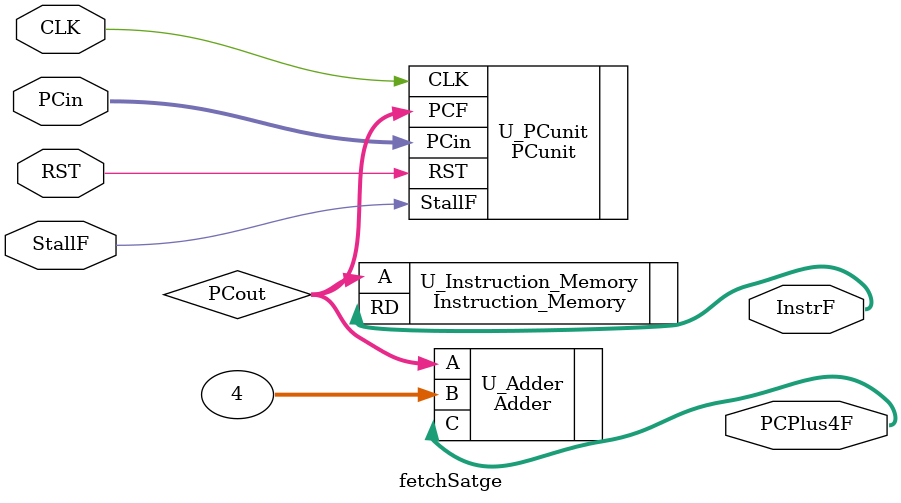
<source format=v>
module fetchSatge
(
    input       wire                CLK,
    input       wire                RST,
    input       wire                StallF, 
    input       wire    [31:0]      PCin,
    output      wire    [31:0]      PCPlus4F,
    output      wire    [31:0]      InstrF
);

wire    [31:0]  PCout;
PCunit U_PCunit
(
.CLK(CLK), 
.RST(RST), 
.StallF(StallF), 
.PCin(PCin),
.PCF(PCout)
);

Instruction_Memory U_Instruction_Memory 
(
.A(PCout),
.RD(InstrF)
);

Adder U_Adder 
(
.A(PCout),
.B(32'd4),
.C(PCPlus4F)
);

endmodule
</source>
